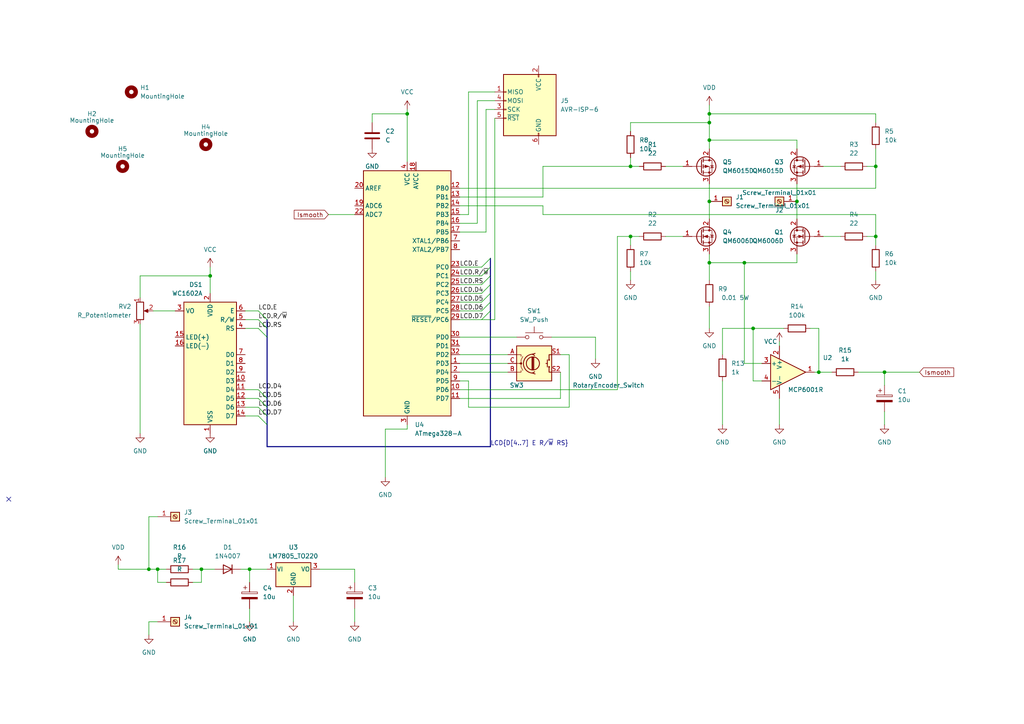
<source format=kicad_sch>
(kicad_sch (version 20230121) (generator eeschema)
  (paper "A4")
  (lib_symbols
    (symbol "Amplifier_Operational:MCP6001R" (pin_names (offset 0.127))
      (property "Reference" "U" (at 0 5.08 0))
      (property "Value" "MCP6001R" (at 0 -5.08 0))
      (symbol "MCP6001R_0_1"
        (polyline (pts (xy -5.08 5.08) (xy 5.08 0) (xy -5.08 -5.08) (xy -5.08 5.08)) (stroke (width 0.254)) (fill (type background)))
        (pin power_in line (at -2.54 7.62 270) (length 3.81) (name "V+") (number "2"))
        (pin power_in line (at -2.54 -7.62 90) (length 3.81) (name "V-") (number "5"))
      )
      (symbol "MCP6001R_1_1"
        (pin output line (at 7.62 0 180) (length 2.54) (name "~") (number "1"))
        (pin input line (at -7.62 2.54 0) (length 2.54) (name "+") (number "3"))
        (pin input line (at -7.62 -2.54 0) (length 2.54) (name "-") (number "4"))
      )
    )
    (symbol "Connector:AVR-ISP-6" (pin_names (offset 1.016))
      (property "Reference" "J" (at -6.35 11.43 0))
      (property "Value" "AVR-ISP-6" (at 0 11.43 0))
      (symbol "AVR-ISP-6_0_1"
        (rectangle (start -2.667 -6.858) (end -2.413 -7.62))
        (rectangle (start -2.667 10.16) (end -2.413 9.398))
        (rectangle (start 7.62 -2.413) (end 6.858 -2.667))
        (rectangle (start 7.62 0.127) (end 6.858 -0.127))
        (rectangle (start 7.62 2.667) (end 6.858 2.413))
        (rectangle (start 7.62 5.207) (end 6.858 4.953))
        (rectangle (start 7.62 10.16) (end -7.62 -7.62) (stroke (width 0.254)) (fill (type background)))
      )
      (symbol "AVR-ISP-6_1_1"
        (pin passive line (at 10.16 5.08 180) (length 2.54) (name "MISO") (number "1"))
        (pin passive line (at -2.54 12.7 270) (length 2.54) (name "VCC") (number "2"))
        (pin passive line (at 10.16 0 180) (length 2.54) (name "SCK") (number "3"))
        (pin passive line (at 10.16 2.54 180) (length 2.54) (name "MOSI") (number "4"))
        (pin passive line (at 10.16 -2.54 180) (length 2.54) (name "~{RST}") (number "5"))
        (pin passive line (at -2.54 -10.16 90) (length 2.54) (name "GND") (number "6"))
      )
    )
    (symbol "Connector:Screw_Terminal_01x01" (pin_names (offset 1.016) hide)
      (property "Reference" "J" (at 0 2.54 0))
      (property "Value" "Screw_Terminal_01x01" (at 0 -2.54 0))
      (symbol "Screw_Terminal_01x01_1_1"
        (rectangle (start -1.27 1.27) (end 1.27 -1.27) (stroke (width 0.254)) (fill (type background)))
        (polyline (pts (xy -0.5334 0.3302) (xy 0.3302 -0.508)) (stroke (width 0.1524)))
        (polyline (pts (xy -0.3556 0.508) (xy 0.508 -0.3302)) (stroke (width 0.1524)))
        (circle (center 0 0) (radius 0.635) (stroke (width 0.1524)))
        (pin passive line (at -5.08 0 0) (length 3.81) (name "Pin_1") (number "1"))
      )
    )
    (symbol "Device:C" (pin_numbers hide) (pin_names (offset 0.254))
      (property "Reference" "C" (at 0.635 2.54 0))
      (property "Value" "C" (at 0.635 -2.54 0))
      (symbol "C_0_1"
        (polyline (pts (xy -2.032 -0.762) (xy 2.032 -0.762)) (stroke (width 0.508)))
        (polyline (pts (xy -2.032 0.762) (xy 2.032 0.762)) (stroke (width 0.508)))
      )
      (symbol "C_1_1"
        (pin passive line (at 0 3.81 270) (length 2.794) (name "~") (number "1"))
        (pin passive line (at 0 -3.81 90) (length 2.794) (name "~") (number "2"))
      )
    )
    (symbol "Device:C_Polarized" (pin_numbers hide) (pin_names (offset 0.254))
      (property "Reference" "C" (at 0.635 2.54 0))
      (property "Value" "C_Polarized" (at 0.635 -2.54 0))
      (symbol "C_Polarized_0_1"
        (rectangle (start -2.286 0.508) (end 2.286 1.016))
        (polyline (pts (xy -1.778 2.286) (xy -0.762 2.286)))
        (polyline (pts (xy -1.27 2.794) (xy -1.27 1.778)))
        (rectangle (start 2.286 -0.508) (end -2.286 -1.016) (fill (type outline)))
      )
      (symbol "C_Polarized_1_1"
        (pin passive line (at 0 3.81 270) (length 2.794) (name "~") (number "1"))
        (pin passive line (at 0 -3.81 90) (length 2.794) (name "~") (number "2"))
      )
    )
    (symbol "Device:R" (pin_numbers hide) (pin_names (offset 0))
      (property "Reference" "R" (at 2.032 0 90))
      (property "Value" "R" (at 0 0 90))
      (symbol "R_0_1"
        (rectangle (start -1.016 -2.54) (end 1.016 2.54) (stroke (width 0.254)))
      )
      (symbol "R_1_1"
        (pin passive line (at 0 3.81 270) (length 1.27) (name "~") (number "1"))
        (pin passive line (at 0 -3.81 90) (length 1.27) (name "~") (number "2"))
      )
    )
    (symbol "Device:R_Potentiometer" (pin_names (offset 1.016) hide)
      (property "Reference" "RV" (at -4.445 0 90))
      (property "Value" "R_Potentiometer" (at -2.54 0 90))
      (symbol "R_Potentiometer_0_1"
        (polyline (pts (xy 2.54 0) (xy 1.524 0)))
        (polyline (pts (xy 1.143 0) (xy 2.286 0.508) (xy 2.286 -0.508) (xy 1.143 0)) (fill (type outline)))
        (rectangle (start 1.016 2.54) (end -1.016 -2.54) (stroke (width 0.254)))
      )
      (symbol "R_Potentiometer_1_1"
        (pin passive line (at 0 3.81 270) (length 1.27) (name "1") (number "1"))
        (pin passive line (at 3.81 0 180) (length 1.27) (name "2") (number "2"))
        (pin passive line (at 0 -3.81 90) (length 1.27) (name "3") (number "3"))
      )
    )
    (symbol "Device:RotaryEncoder_Switch" (pin_names (offset 0.254) hide)
      (property "Reference" "SW" (at 0 6.604 0))
      (property "Value" "RotaryEncoder_Switch" (at 0 -6.604 0))
      (symbol "RotaryEncoder_Switch_0_1"
        (rectangle (start -5.08 5.08) (end 5.08 -5.08) (stroke (width 0.254)) (fill (type background)))
        (circle (center -3.81 0) (radius 0.254) (fill (type outline)))
        (circle (center -0.381 0) (radius 1.905) (stroke (width 0.254)))
        (arc (start -0.381 2.667) (mid -3.0988 -0.0635) (end -0.381 -2.794) (stroke (width 0.254)))
        (polyline (pts (xy -0.635 -1.778) (xy -0.635 1.778)) (stroke (width 0.254)))
        (polyline (pts (xy -0.381 -1.778) (xy -0.381 1.778)) (stroke (width 0.254)))
        (polyline (pts (xy -0.127 1.778) (xy -0.127 -1.778)) (stroke (width 0.254)))
        (polyline (pts (xy 3.81 0) (xy 3.429 0)) (stroke (width 0.254)))
        (polyline (pts (xy 3.81 1.016) (xy 3.81 -1.016)) (stroke (width 0.254)))
        (polyline (pts (xy -5.08 -2.54) (xy -3.81 -2.54) (xy -3.81 -2.032)))
        (polyline (pts (xy -5.08 2.54) (xy -3.81 2.54) (xy -3.81 2.032)))
        (polyline (pts (xy 0.254 -3.048) (xy -0.508 -2.794) (xy 0.127 -2.413)) (stroke (width 0.254)))
        (polyline (pts (xy 0.254 2.921) (xy -0.508 2.667) (xy 0.127 2.286)) (stroke (width 0.254)))
        (polyline (pts (xy 5.08 -2.54) (xy 4.318 -2.54) (xy 4.318 -1.016)) (stroke (width 0.254)))
        (polyline (pts (xy 5.08 2.54) (xy 4.318 2.54) (xy 4.318 1.016)) (stroke (width 0.254)))
        (polyline (pts (xy -5.08 0) (xy -3.81 0) (xy -3.81 -1.016) (xy -3.302 -2.032)))
        (polyline (pts (xy -4.318 0) (xy -3.81 0) (xy -3.81 1.016) (xy -3.302 2.032)))
        (circle (center 4.318 -1.016) (radius 0.127) (stroke (width 0.254)))
        (circle (center 4.318 1.016) (radius 0.127) (stroke (width 0.254)))
      )
      (symbol "RotaryEncoder_Switch_1_1"
        (pin passive line (at -7.62 2.54 0) (length 2.54) (name "A") (number "A"))
        (pin passive line (at -7.62 -2.54 0) (length 2.54) (name "B") (number "B"))
        (pin passive line (at -7.62 0 0) (length 2.54) (name "C") (number "C"))
        (pin passive line (at 7.62 2.54 180) (length 2.54) (name "S1") (number "S1"))
        (pin passive line (at 7.62 -2.54 180) (length 2.54) (name "S2") (number "S2"))
      )
    )
    (symbol "Diode:1N4007" (pin_numbers hide) (pin_names hide)
      (property "Reference" "D" (at 0 2.54 0))
      (property "Value" "1N4007" (at 0 -2.54 0))
      (symbol "1N4007_0_1"
        (polyline (pts (xy -1.27 1.27) (xy -1.27 -1.27)) (stroke (width 0.254)))
        (polyline (pts (xy 1.27 0) (xy -1.27 0)))
        (polyline (pts (xy 1.27 1.27) (xy 1.27 -1.27) (xy -1.27 0) (xy 1.27 1.27)) (stroke (width 0.254)))
      )
      (symbol "1N4007_1_1"
        (pin passive line (at -3.81 0 0) (length 2.54) (name "K") (number "1"))
        (pin passive line (at 3.81 0 180) (length 2.54) (name "A") (number "2"))
      )
    )
    (symbol "Display_Character:WC1602A"
      (property "Reference" "DS" (at -5.842 19.05 0))
      (property "Value" "WC1602A" (at 5.334 19.05 0))
      (symbol "WC1602A_1_1"
        (rectangle (start -7.62 17.78) (end 7.62 -17.78) (stroke (width 0.254)) (fill (type background)))
        (pin power_in line (at 0 -20.32 90) (length 2.54) (name "VSS") (number "1"))
        (pin input line (at -10.16 -5.08 0) (length 2.54) (name "D3") (number "10"))
        (pin input line (at -10.16 -7.62 0) (length 2.54) (name "D4") (number "11"))
        (pin input line (at -10.16 -10.16 0) (length 2.54) (name "D5") (number "12"))
        (pin input line (at -10.16 -12.7 0) (length 2.54) (name "D6") (number "13"))
        (pin input line (at -10.16 -15.24 0) (length 2.54) (name "D7") (number "14"))
        (pin power_in line (at 10.16 7.62 180) (length 2.54) (name "LED(+)") (number "15"))
        (pin power_in line (at 10.16 5.08 180) (length 2.54) (name "LED(-)") (number "16"))
        (pin power_in line (at 0 20.32 270) (length 2.54) (name "VDD") (number "2"))
        (pin input line (at 10.16 15.24 180) (length 2.54) (name "VO") (number "3"))
        (pin input line (at -10.16 10.16 0) (length 2.54) (name "RS") (number "4"))
        (pin input line (at -10.16 12.7 0) (length 2.54) (name "R/W") (number "5"))
        (pin input line (at -10.16 15.24 0) (length 2.54) (name "E") (number "6"))
        (pin input line (at -10.16 2.54 0) (length 2.54) (name "D0") (number "7"))
        (pin input line (at -10.16 0 0) (length 2.54) (name "D1") (number "8"))
        (pin input line (at -10.16 -2.54 0) (length 2.54) (name "D2") (number "9"))
      )
    )
    (symbol "MCU_Microchip_ATmega:ATmega328-A"
      (property "Reference" "U" (at -12.7 36.83 0))
      (property "Value" "ATmega328-A" (at 2.54 -36.83 0))
      (symbol "ATmega328-A_0_1"
        (rectangle (start -12.7 -35.56) (end 12.7 35.56) (stroke (width 0.254)) (fill (type background)))
      )
      (symbol "ATmega328-A_1_1"
        (pin bidirectional line (at 15.24 -20.32 180) (length 2.54) (name "PD3") (number "1"))
        (pin bidirectional line (at 15.24 -27.94 180) (length 2.54) (name "PD6") (number "10"))
        (pin bidirectional line (at 15.24 -30.48 180) (length 2.54) (name "PD7") (number "11"))
        (pin bidirectional line (at 15.24 30.48 180) (length 2.54) (name "PB0") (number "12"))
        (pin bidirectional line (at 15.24 27.94 180) (length 2.54) (name "PB1") (number "13"))
        (pin bidirectional line (at 15.24 25.4 180) (length 2.54) (name "PB2") (number "14"))
        (pin bidirectional line (at 15.24 22.86 180) (length 2.54) (name "PB3") (number "15"))
        (pin bidirectional line (at 15.24 20.32 180) (length 2.54) (name "PB4") (number "16"))
        (pin bidirectional line (at 15.24 17.78 180) (length 2.54) (name "PB5") (number "17"))
        (pin power_in line (at 2.54 38.1 270) (length 2.54) (name "AVCC") (number "18"))
        (pin input line (at -15.24 25.4 0) (length 2.54) (name "ADC6") (number "19"))
        (pin bidirectional line (at 15.24 -22.86 180) (length 2.54) (name "PD4") (number "2"))
        (pin passive line (at -15.24 30.48 0) (length 2.54) (name "AREF") (number "20"))
        (pin passive line (at 0 -38.1 90) (length 2.54) hide (name "GND") (number "21"))
        (pin input line (at -15.24 22.86 0) (length 2.54) (name "ADC7") (number "22"))
        (pin bidirectional line (at 15.24 7.62 180) (length 2.54) (name "PC0") (number "23"))
        (pin bidirectional line (at 15.24 5.08 180) (length 2.54) (name "PC1") (number "24"))
        (pin bidirectional line (at 15.24 2.54 180) (length 2.54) (name "PC2") (number "25"))
        (pin bidirectional line (at 15.24 0 180) (length 2.54) (name "PC3") (number "26"))
        (pin bidirectional line (at 15.24 -2.54 180) (length 2.54) (name "PC4") (number "27"))
        (pin bidirectional line (at 15.24 -5.08 180) (length 2.54) (name "PC5") (number "28"))
        (pin bidirectional line (at 15.24 -7.62 180) (length 2.54) (name "~{RESET}/PC6") (number "29"))
        (pin power_in line (at 0 -38.1 90) (length 2.54) (name "GND") (number "3"))
        (pin bidirectional line (at 15.24 -12.7 180) (length 2.54) (name "PD0") (number "30"))
        (pin bidirectional line (at 15.24 -15.24 180) (length 2.54) (name "PD1") (number "31"))
        (pin bidirectional line (at 15.24 -17.78 180) (length 2.54) (name "PD2") (number "32"))
        (pin power_in line (at 0 38.1 270) (length 2.54) (name "VCC") (number "4"))
        (pin passive line (at 0 -38.1 90) (length 2.54) hide (name "GND") (number "5"))
        (pin passive line (at 0 38.1 270) (length 2.54) hide (name "VCC") (number "6"))
        (pin bidirectional line (at 15.24 15.24 180) (length 2.54) (name "XTAL1/PB6") (number "7"))
        (pin bidirectional line (at 15.24 12.7 180) (length 2.54) (name "XTAL2/PB7") (number "8"))
        (pin bidirectional line (at 15.24 -25.4 180) (length 2.54) (name "PD5") (number "9"))
      )
    )
    (symbol "Mechanical:MountingHole" (pin_names (offset 1.016))
      (property "Reference" "H" (at 0 5.08 0))
      (property "Value" "MountingHole" (at 0 3.175 0))
      (symbol "MountingHole_0_1"
        (circle (center 0 0) (radius 1.27) (stroke (width 1.27)))
      )
    )
    (symbol "Regulator_Linear:LM7805_TO220" (pin_names (offset 0.254))
      (property "Reference" "U" (at -3.81 3.175 0))
      (property "Value" "LM7805_TO220" (at 0 3.175 0))
      (symbol "LM7805_TO220_0_1"
        (rectangle (start -5.08 1.905) (end 5.08 -5.08) (stroke (width 0.254)) (fill (type background)))
      )
      (symbol "LM7805_TO220_1_1"
        (pin power_in line (at -7.62 0 0) (length 2.54) (name "VI") (number "1"))
        (pin power_in line (at 0 -7.62 90) (length 2.54) (name "GND") (number "2"))
        (pin power_out line (at 7.62 0 180) (length 2.54) (name "VO") (number "3"))
      )
    )
    (symbol "Switch:SW_Push" (pin_numbers hide) (pin_names (offset 1.016) hide)
      (property "Reference" "SW" (at 1.27 2.54 0))
      (property "Value" "SW_Push" (at 0 -1.524 0))
      (symbol "SW_Push_0_1"
        (circle (center -2.032 0) (radius 0.508))
        (polyline (pts (xy 0 1.27) (xy 0 3.048)))
        (polyline (pts (xy 2.54 1.27) (xy -2.54 1.27)))
        (circle (center 2.032 0) (radius 0.508))
        (pin passive line (at -5.08 0 0) (length 2.54) (name "1") (number "1"))
        (pin passive line (at 5.08 0 180) (length 2.54) (name "2") (number "2"))
      )
    )
    (symbol "Transistor_FET:QM6006D" (pin_names hide)
      (property "Reference" "Q" (at 5.08 1.905 0))
      (property "Value" "QM6006D" (at 5.08 0 0))
      (symbol "QM6006D_0_1"
        (polyline (pts (xy 0.254 0) (xy -2.54 0)))
        (polyline (pts (xy 0.254 1.905) (xy 0.254 -1.905)) (stroke (width 0.254)))
        (polyline (pts (xy 0.762 -1.27) (xy 0.762 -2.286)) (stroke (width 0.254)))
        (polyline (pts (xy 0.762 0.508) (xy 0.762 -0.508)) (stroke (width 0.254)))
        (polyline (pts (xy 0.762 2.286) (xy 0.762 1.27)) (stroke (width 0.254)))
        (polyline (pts (xy 2.54 2.54) (xy 2.54 1.778)))
        (polyline (pts (xy 2.54 -2.54) (xy 2.54 0) (xy 0.762 0)))
        (polyline (pts (xy 0.762 -1.778) (xy 3.302 -1.778) (xy 3.302 1.778) (xy 0.762 1.778)))
        (polyline (pts (xy 1.016 0) (xy 2.032 0.381) (xy 2.032 -0.381) (xy 1.016 0)) (fill (type outline)))
        (polyline (pts (xy 2.794 0.508) (xy 2.921 0.381) (xy 3.683 0.381) (xy 3.81 0.254)))
        (polyline (pts (xy 3.302 0.381) (xy 2.921 -0.254) (xy 3.683 -0.254) (xy 3.302 0.381)))
        (circle (center 1.651 0) (radius 2.794) (stroke (width 0.254)))
        (circle (center 2.54 -1.778) (radius 0.254) (fill (type outline)))
        (circle (center 2.54 1.778) (radius 0.254) (fill (type outline)))
      )
      (symbol "QM6006D_1_1"
        (pin input line (at -5.08 0 0) (length 2.54) (name "G") (number "1"))
        (pin passive line (at 2.54 5.08 270) (length 2.54) (name "D") (number "2"))
        (pin passive line (at 2.54 -5.08 90) (length 2.54) (name "S") (number "3"))
      )
    )
    (symbol "Transistor_FET:QM6015D" (pin_names hide)
      (property "Reference" "Q" (at 5.08 1.905 0))
      (property "Value" "QM6015D" (at 5.08 0 0))
      (symbol "QM6015D_0_1"
        (polyline (pts (xy 0.254 0) (xy -2.54 0)))
        (polyline (pts (xy 0.254 1.905) (xy 0.254 -1.905)) (stroke (width 0.254)))
        (polyline (pts (xy 0.762 -1.27) (xy 0.762 -2.286)) (stroke (width 0.254)))
        (polyline (pts (xy 0.762 0.508) (xy 0.762 -0.508)) (stroke (width 0.254)))
        (polyline (pts (xy 0.762 2.286) (xy 0.762 1.27)) (stroke (width 0.254)))
        (polyline (pts (xy 2.54 2.54) (xy 2.54 1.778)))
        (polyline (pts (xy 2.54 -2.54) (xy 2.54 0) (xy 0.762 0)))
        (polyline (pts (xy 0.762 1.778) (xy 3.302 1.778) (xy 3.302 -1.778) (xy 0.762 -1.778)))
        (polyline (pts (xy 2.286 0) (xy 1.27 0.381) (xy 1.27 -0.381) (xy 2.286 0)) (fill (type outline)))
        (polyline (pts (xy 2.794 -0.508) (xy 2.921 -0.381) (xy 3.683 -0.381) (xy 3.81 -0.254)))
        (polyline (pts (xy 3.302 -0.381) (xy 2.921 0.254) (xy 3.683 0.254) (xy 3.302 -0.381)))
        (circle (center 1.651 0) (radius 2.794) (stroke (width 0.254)))
        (circle (center 2.54 -1.778) (radius 0.254) (fill (type outline)))
        (circle (center 2.54 1.778) (radius 0.254) (fill (type outline)))
      )
      (symbol "QM6015D_1_1"
        (pin passive line (at -5.08 0 0) (length 2.54) (name "G") (number "1"))
        (pin passive line (at 2.54 5.08 270) (length 2.54) (name "D") (number "2"))
        (pin passive line (at 2.54 -5.08 90) (length 2.54) (name "S") (number "3"))
      )
    )
    (symbol "power:GND" (power) (pin_names (offset 0))
      (property "Value" "GND" (at 0 -3.81 0))
      (symbol "GND_0_1"
        (polyline (pts (xy 0 0) (xy 0 -1.27) (xy 1.27 -1.27) (xy 0 -2.54) (xy -1.27 -1.27) (xy 0 -1.27)))
      )
      (symbol "GND_1_1"
        (pin power_in line (at 0 0 270) (length 0) hide (name "GND") (number "1"))
      )
    )
    (symbol "power:VCC" (power) (pin_names (offset 0))
      (property "Value" "VCC" (at 0 3.81 0))
      (symbol "VCC_0_1"
        (polyline (pts (xy -0.762 1.27) (xy 0 2.54)))
        (polyline (pts (xy 0 0) (xy 0 2.54)))
        (polyline (pts (xy 0 2.54) (xy 0.762 1.27)))
      )
      (symbol "VCC_1_1"
        (pin power_in line (at 0 0 90) (length 0) hide (name "VCC") (number "1"))
      )
    )
    (symbol "power:VDD" (power) (pin_names (offset 0))
      (property "Value" "VDD" (at 0 3.81 0))
      (symbol "VDD_0_1"
        (polyline (pts (xy -0.762 1.27) (xy 0 2.54)))
        (polyline (pts (xy 0 0) (xy 0 2.54)))
        (polyline (pts (xy 0 2.54) (xy 0.762 1.27)))
      )
      (symbol "VDD_1_1"
        (pin power_in line (at 0 0 90) (length 0) hide (name "VDD") (number "1"))
      )
    )
  )
  (junction (at 43.18 165.1))
  (junction (at 254 48.26))
  (junction (at 58.42 165.1))
  (junction (at 118.11 33.02))
  (junction (at 72.39 165.1))
  (junction (at 205.74 35.56))
  (junction (at 45.72 165.1))
  (junction (at 215.9 76.2))
  (junction (at 205.74 40.64))
  (junction (at 182.88 48.26))
  (junction (at 218.44 95.25))
  (junction (at 205.74 58.42))
  (junction (at 182.88 68.58))
  (junction (at 254 68.58))
  (junction (at 60.96 80.01))
  (junction (at 231.14 58.42))
  (junction (at 256.54 107.95))
  (junction (at 205.74 33.02))
  (junction (at 205.74 76.2))
  (junction (at 237.49 107.95))
  (no_connect (at 2.54 144.78))
  (bus_entry (at 74.93 90.17) (size 2.54 2.54))
  (bus_entry (at 74.93 118.11) (size 2.54 2.54))
  (bus_entry (at 74.93 92.71) (size 2.54 2.54))
  (bus_entry (at 74.93 115.57) (size 2.54 2.54))
  (bus_entry (at 142.24 87.63) (size -2.54 2.54))
  (bus_entry (at 142.24 80.01) (size -2.54 2.54))
  (bus_entry (at 142.24 74.93) (size -2.54 2.54))
  (bus_entry (at 142.24 77.47) (size -2.54 2.54))
  (bus_entry (at 74.93 95.25) (size 2.54 2.54))
  (bus_entry (at 142.24 90.17) (size -2.54 2.54))
  (bus_entry (at 74.93 120.65) (size 2.54 2.54))
  (bus_entry (at 142.24 85.09) (size -2.54 2.54))
  (bus_entry (at 142.24 82.55) (size -2.54 2.54))
  (bus_entry (at 74.93 113.03) (size 2.54 2.54))
  (wire (pts (xy 40.64 80.01) (xy 40.64 86.36)))
  (wire (pts (xy 182.88 68.58) (xy 185.42 68.58)))
  (wire (pts (xy 162.56 115.57) (xy 162.56 107.95)))
  (wire (pts (xy 107.95 33.02) (xy 118.11 33.02)))
  (wire (pts (xy 43.18 184.15) (xy 43.18 180.34)))
  (wire (pts (xy 215.9 105.41) (xy 220.98 105.41)))
  (wire (pts (xy 182.88 71.12) (xy 182.88 68.58)))
  (wire (pts (xy 135.89 110.49) (xy 133.35 110.49)))
  (wire (pts (xy 143.51 29.21) (xy 138.43 29.21)))
  (wire (pts (xy 209.55 95.25) (xy 218.44 95.25)))
  (wire (pts (xy 193.04 48.26) (xy 198.12 48.26)))
  (wire (pts (xy 135.89 118.11) (xy 135.89 110.49)))
  (wire (pts (xy 71.12 90.17) (xy 74.93 90.17)))
  (wire (pts (xy 205.74 76.2) (xy 205.74 81.28)))
  (wire (pts (xy 251.46 48.26) (xy 254 48.26)))
  (wire (pts (xy 133.35 107.95) (xy 147.32 107.95)))
  (wire (pts (xy 165.1 118.11) (xy 135.89 118.11)))
  (wire (pts (xy 133.35 105.41) (xy 147.32 105.41)))
  (wire (pts (xy 254 62.23) (xy 157.48 62.23)))
  (wire (pts (xy 220.98 110.49) (xy 218.44 110.49)))
  (wire (pts (xy 182.88 81.28) (xy 182.88 78.74)))
  (wire (pts (xy 205.74 76.2) (xy 215.9 76.2)))
  (wire (pts (xy 205.74 88.9) (xy 205.74 95.25)))
  (wire (pts (xy 72.39 176.53) (xy 72.39 180.34)))
  (wire (pts (xy 254 43.18) (xy 254 48.26)))
  (wire (pts (xy 133.35 87.63) (xy 139.7 87.63)))
  (bus (pts (xy 142.24 90.17) (xy 142.24 129.54)))
  (wire (pts (xy 133.35 80.01) (xy 139.7 80.01)))
  (wire (pts (xy 133.35 102.87) (xy 147.32 102.87)))
  (wire (pts (xy 231.14 43.18) (xy 231.14 40.64)))
  (wire (pts (xy 238.76 48.26) (xy 243.84 48.26)))
  (wire (pts (xy 44.45 90.17) (xy 50.8 90.17)))
  (bus (pts (xy 77.47 123.19) (xy 77.47 129.54)))
  (wire (pts (xy 160.02 97.79) (xy 172.72 97.79)))
  (wire (pts (xy 118.11 33.02) (xy 118.11 46.99)))
  (wire (pts (xy 157.48 57.15) (xy 157.48 48.26)))
  (wire (pts (xy 157.48 59.69) (xy 133.35 59.69)))
  (wire (pts (xy 102.87 176.53) (xy 102.87 180.34)))
  (wire (pts (xy 138.43 64.77) (xy 133.35 64.77)))
  (wire (pts (xy 69.85 165.1) (xy 72.39 165.1)))
  (wire (pts (xy 133.35 92.71) (xy 139.7 92.71)))
  (wire (pts (xy 133.35 77.47) (xy 139.7 77.47)))
  (wire (pts (xy 231.14 73.66) (xy 231.14 76.2)))
  (wire (pts (xy 205.74 58.42) (xy 205.74 63.5)))
  (wire (pts (xy 162.56 102.87) (xy 165.1 102.87)))
  (wire (pts (xy 143.51 31.75) (xy 140.97 31.75)))
  (wire (pts (xy 58.42 168.91) (xy 58.42 165.1)))
  (wire (pts (xy 254 68.58) (xy 254 62.23)))
  (wire (pts (xy 215.9 76.2) (xy 215.9 105.41)))
  (wire (pts (xy 215.9 76.2) (xy 231.14 76.2)))
  (wire (pts (xy 205.74 40.64) (xy 205.74 43.18)))
  (wire (pts (xy 48.26 168.91) (xy 45.72 168.91)))
  (wire (pts (xy 205.74 35.56) (xy 205.74 40.64)))
  (wire (pts (xy 60.96 85.09) (xy 60.96 80.01)))
  (wire (pts (xy 43.18 149.86) (xy 43.18 165.1)))
  (wire (pts (xy 45.72 165.1) (xy 48.26 165.1)))
  (wire (pts (xy 92.71 165.1) (xy 102.87 165.1)))
  (bus (pts (xy 142.24 85.09) (xy 142.24 87.63)))
  (wire (pts (xy 140.97 67.31) (xy 133.35 67.31)))
  (wire (pts (xy 237.49 95.25) (xy 234.95 95.25)))
  (wire (pts (xy 165.1 102.87) (xy 165.1 118.11)))
  (wire (pts (xy 71.12 118.11) (xy 74.93 118.11)))
  (wire (pts (xy 140.97 31.75) (xy 140.97 67.31)))
  (wire (pts (xy 55.88 165.1) (xy 58.42 165.1)))
  (wire (pts (xy 34.29 163.83) (xy 34.29 165.1)))
  (wire (pts (xy 34.29 165.1) (xy 43.18 165.1)))
  (wire (pts (xy 43.18 180.34) (xy 45.72 180.34)))
  (wire (pts (xy 118.11 31.75) (xy 118.11 33.02)))
  (wire (pts (xy 138.43 29.21) (xy 138.43 64.77)))
  (wire (pts (xy 143.51 92.71) (xy 139.7 92.71)))
  (bus (pts (xy 77.47 95.25) (xy 77.47 97.79)))
  (wire (pts (xy 60.96 77.47) (xy 60.96 80.01)))
  (wire (pts (xy 254 35.56) (xy 254 33.02)))
  (wire (pts (xy 133.35 113.03) (xy 179.07 113.03)))
  (wire (pts (xy 133.35 115.57) (xy 162.56 115.57)))
  (wire (pts (xy 218.44 110.49) (xy 218.44 95.25)))
  (wire (pts (xy 256.54 107.95) (xy 266.7 107.95)))
  (wire (pts (xy 231.14 53.34) (xy 231.14 58.42)))
  (wire (pts (xy 237.49 107.95) (xy 241.3 107.95)))
  (wire (pts (xy 45.72 149.86) (xy 43.18 149.86)))
  (wire (pts (xy 40.64 93.98) (xy 40.64 125.73)))
  (wire (pts (xy 231.14 58.42) (xy 231.14 63.5)))
  (wire (pts (xy 256.54 119.38) (xy 256.54 123.19)))
  (wire (pts (xy 133.35 97.79) (xy 149.86 97.79)))
  (wire (pts (xy 237.49 95.25) (xy 237.49 107.95)))
  (wire (pts (xy 254 48.26) (xy 254 54.61)))
  (wire (pts (xy 58.42 165.1) (xy 62.23 165.1)))
  (bus (pts (xy 77.47 120.65) (xy 77.47 123.19)))
  (wire (pts (xy 133.35 90.17) (xy 139.7 90.17)))
  (bus (pts (xy 77.47 97.79) (xy 77.47 115.57)))
  (wire (pts (xy 205.74 53.34) (xy 205.74 58.42)))
  (wire (pts (xy 102.87 165.1) (xy 102.87 168.91)))
  (wire (pts (xy 182.88 48.26) (xy 182.88 45.72)))
  (wire (pts (xy 251.46 68.58) (xy 254 68.58)))
  (wire (pts (xy 118.11 123.19) (xy 118.11 124.46)))
  (wire (pts (xy 205.74 73.66) (xy 205.74 76.2)))
  (wire (pts (xy 111.76 124.46) (xy 111.76 138.43)))
  (wire (pts (xy 71.12 120.65) (xy 74.93 120.65)))
  (bus (pts (xy 142.24 77.47) (xy 142.24 80.01)))
  (bus (pts (xy 142.24 80.01) (xy 142.24 82.55)))
  (wire (pts (xy 182.88 35.56) (xy 205.74 35.56)))
  (wire (pts (xy 179.07 68.58) (xy 182.88 68.58)))
  (bus (pts (xy 77.47 118.11) (xy 77.47 120.65)))
  (wire (pts (xy 209.55 110.49) (xy 209.55 123.19)))
  (wire (pts (xy 55.88 168.91) (xy 58.42 168.91)))
  (wire (pts (xy 157.48 62.23) (xy 157.48 59.69)))
  (wire (pts (xy 157.48 48.26) (xy 182.88 48.26)))
  (bus (pts (xy 142.24 87.63) (xy 142.24 90.17)))
  (wire (pts (xy 43.18 165.1) (xy 45.72 165.1)))
  (wire (pts (xy 193.04 68.58) (xy 198.12 68.58)))
  (wire (pts (xy 133.35 57.15) (xy 157.48 57.15)))
  (wire (pts (xy 143.51 34.29) (xy 143.51 92.71)))
  (wire (pts (xy 71.12 92.71) (xy 74.93 92.71)))
  (wire (pts (xy 218.44 95.25) (xy 227.33 95.25)))
  (wire (pts (xy 182.88 38.1) (xy 182.88 35.56)))
  (wire (pts (xy 179.07 113.03) (xy 179.07 68.58)))
  (wire (pts (xy 135.89 62.23) (xy 133.35 62.23)))
  (wire (pts (xy 248.92 107.95) (xy 256.54 107.95)))
  (wire (pts (xy 226.06 115.57) (xy 226.06 123.19)))
  (wire (pts (xy 71.12 95.25) (xy 74.93 95.25)))
  (wire (pts (xy 236.22 107.95) (xy 237.49 107.95)))
  (wire (pts (xy 254 68.58) (xy 254 71.12)))
  (wire (pts (xy 254 81.28) (xy 254 78.74)))
  (wire (pts (xy 182.88 48.26) (xy 185.42 48.26)))
  (wire (pts (xy 256.54 107.95) (xy 256.54 111.76)))
  (wire (pts (xy 135.89 26.67) (xy 135.89 62.23)))
  (bus (pts (xy 77.47 115.57) (xy 77.47 118.11)))
  (wire (pts (xy 205.74 30.48) (xy 205.74 33.02)))
  (wire (pts (xy 205.74 40.64) (xy 231.14 40.64)))
  (wire (pts (xy 205.74 33.02) (xy 205.74 35.56)))
  (wire (pts (xy 72.39 165.1) (xy 77.47 165.1)))
  (wire (pts (xy 45.72 165.1) (xy 45.72 168.91)))
  (wire (pts (xy 209.55 102.87) (xy 209.55 95.25)))
  (wire (pts (xy 226.06 99.06) (xy 226.06 100.33)))
  (wire (pts (xy 71.12 113.03) (xy 74.93 113.03)))
  (wire (pts (xy 85.09 172.72) (xy 85.09 180.34)))
  (wire (pts (xy 72.39 165.1) (xy 72.39 168.91)))
  (bus (pts (xy 142.24 74.93) (xy 142.24 77.47)))
  (bus (pts (xy 142.24 82.55) (xy 142.24 85.09)))
  (wire (pts (xy 133.35 54.61) (xy 254 54.61)))
  (bus (pts (xy 77.47 92.71) (xy 77.47 95.25)))
  (wire (pts (xy 254 33.02) (xy 205.74 33.02)))
  (wire (pts (xy 133.35 85.09) (xy 139.7 85.09)))
  (wire (pts (xy 60.96 80.01) (xy 40.64 80.01)))
  (wire (pts (xy 133.35 82.55) (xy 139.7 82.55)))
  (wire (pts (xy 118.11 124.46) (xy 111.76 124.46)))
  (wire (pts (xy 95.25 62.23) (xy 102.87 62.23)))
  (bus (pts (xy 77.47 129.54) (xy 142.24 129.54)))
  (wire (pts (xy 107.95 35.56) (xy 107.95 33.02)))
  (wire (pts (xy 172.72 97.79) (xy 172.72 104.14)))
  (wire (pts (xy 143.51 26.67) (xy 135.89 26.67)))
  (wire (pts (xy 71.12 115.57) (xy 74.93 115.57)))
  (wire (pts (xy 238.76 68.58) (xy 243.84 68.58)))
  (label "LCD.E" (at 133.35 77.47 0))
  (label "LCD.D4" (at 133.35 85.09 0))
  (label "LCD.D5" (at 74.93 115.57 0))
  (label "LCD.D7" (at 133.35 92.71 0))
  (label "LCD.D4" (at 74.93 113.03 0))
  (label "LCD.RS" (at 74.93 95.25 0))
  (label "LCD.R{slash}~{W}" (at 74.93 92.71 0))
  (label "LCD.R{slash}~{W}" (at 133.35 80.01 0))
  (label "LCD.D5" (at 133.35 87.63 0))
  (label "LCD.E" (at 74.93 90.17 0))
  (label "LCD.D6" (at 133.35 90.17 0))
  (label "LCD{D[4..7] E R{slash}~{W} RS}" (at 142.24 129.54 0))
  (label "LCD.D6" (at 74.93 118.11 0))
  (label "LCD.D7" (at 74.93 120.65 0))
  (label "LCD.RS" (at 133.35 82.55 0))
  (global_label "Ismooth" (shape input) (at 95.25 62.23 180) (property "Intersheetrefs" "${INTERSHEET_REFS}" (effects hide)))
  (global_label "Ismooth" (shape input) (at 266.7 107.95 0) (property "Intersheetrefs" "${INTERSHEET_REFS}" (effects hide)))
  (symbol (lib_id "MCU_Microchip_ATmega:ATmega328-A") (at 118.11 85.09 0) (unit 1)
    (property "Reference" "U4" (at 120.3041 123.19 0) (effects (justify left)))
    (property "Value" "ATmega328-A" (at 120.3041 125.73 0) (effects (justify left)))
    (property "Footprint" "Package_QFP:TQFP-32_7x7mm_P0.8mm" (effects hide))
    (property "Datasheet" "http://ww1.microchip.com/downloads/en/DeviceDoc/ATmega328_P%20AVR%20MCU%20with%20picoPower%20Technology%20Data%20Sheet%2040001984A.pdf" (effects hide))
  )
  (symbol (lib_id "Device:R") (at 205.74 85.09 0) (unit 1)
    (property "Reference" "R9" (at 208.28 83.82 0) (effects (justify left)))
    (property "Value" " 0.01 5W" (at 208.28 86.36 0) (effects (justify left)))
    (property "Footprint" "Resistor_THT:R_Bare_Metal_Element_L21.3mm_W4.8mm_P20.30mm" (effects hide))
  )
  (symbol (lib_id "Mechanical:MountingHole") (at 59.69 41.91 0) (unit 1)
    (property "Reference" "H4" (at 59.69 36.83 0))
    (property "Value" "MountingHole" (at 59.69 38.735 0))
    (property "Footprint" "MountingHole:MountingHole_3.2mm_M3" (effects hide))
  )
  (symbol (lib_id "Device:R") (at 231.14 95.25 270) (unit 1)
    (property "Reference" "R14" (at 231.14 88.9 90))
    (property "Value" "100k" (at 231.14 91.44 90))
    (property "Footprint" "Resistor_SMD:R_1206_3216Metric" (effects hide))
  )
  (symbol (lib_id "Device:R") (at 247.65 48.26 90) (unit 1)
    (property "Reference" "R3" (at 247.65 41.91 90))
    (property "Value" "22" (at 247.65 44.45 90))
    (property "Footprint" "Resistor_SMD:R_1206_3216Metric" (effects hide))
  )
  (symbol (lib_id "power:VDD") (at 205.74 30.48 0) (unit 1)
    (property "Reference" "#PWR02" (effects hide))
    (property "Value" "VDD" (at 205.74 25.4 0))
  )
  (symbol (lib_id "Device:R") (at 189.23 68.58 90) (unit 1)
    (property "Reference" "R2" (at 189.23 62.23 90))
    (property "Value" "22" (at 189.23 64.77 90))
    (property "Footprint" "Resistor_SMD:R_1206_3216Metric" (effects hide))
  )
  (symbol (lib_id "Switch:SW_Push") (at 154.94 97.79 0) (unit 1)
    (property "Reference" "SW1" (at 154.94 90.17 0))
    (property "Value" "SW_Push" (at 154.94 92.71 0))
    (property "Footprint" "Button_Switch_THT:Push_E-Switch_KS01Q01" (effects hide))
  )
  (symbol (lib_id "Device:C_Polarized") (at 102.87 172.72 0) (unit 1)
    (property "Reference" "C3" (at 106.68 170.561 0) (effects (justify left)))
    (property "Value" "10u" (at 106.68 173.101 0) (effects (justify left)))
    (property "Footprint" "Resistor_SMD:R_1206_3216Metric" (effects hide))
  )
  (symbol (lib_id "power:GND") (at 172.72 104.14 0) (unit 1)
    (property "Reference" "#PWR017" (effects hide))
    (property "Value" "GND" (at 172.72 109.22 0))
  )
  (symbol (lib_id "Connector:Screw_Terminal_01x01") (at 210.82 58.42 0) (unit 1)
    (property "Reference" "J1" (at 213.36 57.15 0) (effects (justify left)))
    (property "Value" "Screw_Terminal_01x01" (at 213.36 59.69 0) (effects (justify left)))
    (property "Footprint" "pulsegem:Banana_Jack_1Pin" (effects hide))
  )
  (symbol (lib_id "Connector:Screw_Terminal_01x01") (at 50.8 180.34 0) (unit 1)
    (property "Reference" "J4" (at 53.34 179.07 0) (effects (justify left)))
    (property "Value" "Screw_Terminal_01x01" (at 53.34 181.61 0) (effects (justify left)))
    (property "Footprint" "Connector_Pin:Pin_D1.3mm_L11.3mm_W2.8mm_Flat" (effects hide))
  )
  (symbol (lib_id "Connector:AVR-ISP-6") (at 153.67 31.75 0) (mirror y) (unit 1)
    (property "Reference" "J5" (at 162.56 29.21 0) (effects (justify right)))
    (property "Value" "AVR-ISP-6" (at 162.56 31.75 0) (effects (justify right)))
    (property "Datasheet" " ~" (effects hide))
  )
  (symbol (lib_id "Device:R") (at 52.07 168.91 90) (unit 1)
    (property "Reference" "R17" (at 52.07 162.56 90))
    (property "Value" "R" (at 52.07 165.1 90))
    (property "Footprint" "Resistor_SMD:R_1206_3216Metric" (effects hide))
  )
  (symbol (lib_id "Transistor_FET:QM6006D") (at 203.2 68.58 0) (unit 1)
    (property "Reference" "Q4" (at 209.55 67.31 0) (effects (justify left)))
    (property "Value" "QM6006D" (at 209.55 69.85 0) (effects (justify left)))
    (property "Footprint" "Package_TO_SOT_SMD:TO-252-2" (effects hide))
    (property "Datasheet" "http://www.jaolen.com/images/pdf/QM6006D.pdf" (effects hide))
  )
  (symbol (lib_id "Device:C") (at 107.95 39.37 0) (unit 1)
    (property "Reference" "C2" (at 111.76 38.1 0) (effects (justify left)))
    (property "Value" "C" (at 111.76 40.64 0) (effects (justify left)))
    (property "Footprint" "Resistor_SMD:R_0603_1608Metric" (effects hide))
  )
  (symbol (lib_id "Device:R") (at 52.07 165.1 90) (unit 1)
    (property "Reference" "R16" (at 52.07 158.75 90))
    (property "Value" "R" (at 52.07 161.29 90))
    (property "Footprint" "Resistor_SMD:R_1206_3216Metric" (effects hide))
  )
  (symbol (lib_id "power:GND") (at 205.74 95.25 0) (unit 1)
    (property "Reference" "#PWR01" (effects hide))
    (property "Value" "GND" (at 205.74 100.33 0))
  )
  (symbol (lib_id "Device:R") (at 189.23 48.26 90) (unit 1)
    (property "Reference" "R1" (at 189.23 41.91 90))
    (property "Value" "22" (at 189.23 44.45 90))
    (property "Footprint" "Resistor_SMD:R_1206_3216Metric" (effects hide))
  )
  (symbol (lib_id "Transistor_FET:QM6015D") (at 233.68 48.26 0) (mirror y) (unit 1)
    (property "Reference" "Q3" (at 227.33 46.99 0) (effects (justify left)))
    (property "Value" "QM6015D" (at 227.33 49.53 0) (effects (justify left)))
    (property "Footprint" "Package_TO_SOT_SMD:TO-252-2" (effects hide))
    (property "Datasheet" "http://www.jaolen.com/images/pdf/QM6015D.pdf" (effects hide))
  )
  (symbol (lib_id "Regulator_Linear:LM7805_TO220") (at 85.09 165.1 0) (unit 1)
    (property "Reference" "U3" (at 85.09 158.75 0))
    (property "Value" "LM7805_TO220" (at 85.09 161.29 0))
    (property "Footprint" "Package_TO_SOT_THT:TO-220-3_Horizontal_TabDown" (effects hide))
    (property "Datasheet" "https://www.onsemi.cn/PowerSolutions/document/MC7800-D.PDF" (effects hide))
  )
  (symbol (lib_id "Transistor_FET:QM6006D") (at 233.68 68.58 0) (mirror y) (unit 1)
    (property "Reference" "Q1" (at 227.33 67.31 0) (effects (justify left)))
    (property "Value" "QM6006D" (at 227.33 69.85 0) (effects (justify left)))
    (property "Footprint" "Package_TO_SOT_SMD:TO-252-2" (effects hide))
    (property "Datasheet" "http://www.jaolen.com/images/pdf/QM6006D.pdf" (effects hide))
  )
  (symbol (lib_id "Mechanical:MountingHole") (at 26.67 38.1 0) (unit 1)
    (property "Reference" "H2" (at 26.67 33.02 0))
    (property "Value" "MountingHole" (at 26.67 34.925 0))
    (property "Footprint" "MountingHole:MountingHole_3.2mm_M3" (effects hide))
  )
  (symbol (lib_id "Device:R") (at 254 39.37 180) (unit 1)
    (property "Reference" "R5" (at 256.54 38.1 0) (effects (justify right)))
    (property "Value" "10k" (at 256.54 40.64 0) (effects (justify right)))
    (property "Footprint" "Resistor_SMD:R_1206_3216Metric" (effects hide))
  )
  (symbol (lib_id "Device:C_Polarized") (at 72.39 172.72 0) (unit 1)
    (property "Reference" "C4" (at 76.2 170.561 0) (effects (justify left)))
    (property "Value" "10u" (at 76.2 173.101 0) (effects (justify left)))
    (property "Footprint" "Resistor_SMD:R_1206_3216Metric" (effects hide))
  )
  (symbol (lib_id "power:GND") (at 85.09 180.34 0) (unit 1)
    (property "Reference" "#PWR011" (effects hide))
    (property "Value" "GND" (at 85.09 185.42 0))
  )
  (symbol (lib_id "Device:C_Polarized") (at 256.54 115.57 0) (unit 1)
    (property "Reference" "C1" (at 260.35 113.411 0) (effects (justify left)))
    (property "Value" "10u" (at 260.35 115.951 0) (effects (justify left)))
    (property "Footprint" "Resistor_SMD:R_1206_3216Metric" (effects hide))
  )
  (symbol (lib_id "power:GND") (at 43.18 184.15 0) (unit 1)
    (property "Reference" "#PWR020" (effects hide))
    (property "Value" "GND" (at 43.18 189.23 0))
  )
  (symbol (lib_id "power:GND") (at 111.76 138.43 0) (unit 1)
    (property "Reference" "#PWR09" (effects hide))
    (property "Value" "GND" (at 111.76 143.51 0))
  )
  (symbol (lib_id "Mechanical:MountingHole") (at 35.56 48.26 0) (unit 1)
    (property "Reference" "H5" (at 35.56 43.18 0))
    (property "Value" "MountingHole" (at 35.56 45.085 0))
    (property "Footprint" "MountingHole:MountingHole_3.2mm_M3" (effects hide))
  )
  (symbol (lib_id "Device:RotaryEncoder_Switch") (at 154.94 105.41 0) (unit 1)
    (property "Reference" "SW3" (at 149.86 111.76 0))
    (property "Value" "RotaryEncoder_Switch" (at 176.53 111.76 0))
    (property "Footprint" "Rotary_Encoder:RotaryEncoder_Alps_EC11E_Vertical_H20mm" (effects hide))
  )
  (symbol (lib_id "power:GND") (at 40.64 125.73 0) (unit 1)
    (property "Reference" "#PWR015" (effects hide))
    (property "Value" "GND" (at 40.64 130.81 0))
  )
  (symbol (lib_id "Display_Character:WC1602A") (at 60.96 105.41 0) (mirror y) (unit 1)
    (property "Reference" "DS1" (at 58.7659 82.55 0) (effects (justify left)))
    (property "Value" "WC1602A" (at 58.7659 85.09 0) (effects (justify left)))
    (property "Footprint" "Display:WC1602A" (effects hide))
    (property "Datasheet" "http://www.wincomlcd.com/pdf/WC1602A-SFYLYHTC06.pdf" (effects hide))
  )
  (symbol (lib_id "power:VCC") (at 118.11 31.75 0) (unit 1)
    (property "Reference" "#PWR03" (effects hide))
    (property "Value" "VCC" (at 118.11 26.67 0))
  )
  (symbol (lib_id "power:GND") (at 226.06 123.19 0) (unit 1)
    (property "Reference" "#PWR05" (effects hide))
    (property "Value" "GND" (at 226.06 128.27 0))
  )
  (symbol (lib_id "Amplifier_Operational:MCP6001R") (at 228.6 107.95 0) (unit 1)
    (property "Reference" "U2" (at 240.03 103.7591 0))
    (property "Value" "MCP6001R" (at 233.68 113.03 0))
    (property "Footprint" "Package_TO_SOT_SMD:SOT-23-5" (effects hide))
    (property "Datasheet" "http://ww1.microchip.com/downloads/en/DeviceDoc/21733j.pdf" (effects hide))
  )
  (symbol (lib_id "power:GND") (at 72.39 180.34 0) (unit 1)
    (property "Reference" "#PWR013" (effects hide))
    (property "Value" "GND" (at 72.39 185.42 0))
  )
  (symbol (lib_id "power:GND") (at 182.88 81.28 0) (unit 1)
    (property "Reference" "#PWR010" (effects hide))
    (property "Value" "GND" (at 182.88 86.36 0))
  )
  (symbol (lib_id "power:GND") (at 60.96 125.73 0) (unit 1)
    (property "Reference" "#PWR014" (effects hide))
    (property "Value" "GND" (at 60.96 130.81 0))
  )
  (symbol (lib_id "Diode:1N4007") (at 66.04 165.1 180) (unit 1)
    (property "Reference" "D1" (at 66.04 158.75 0))
    (property "Value" "1N4007" (at 66.04 161.29 0))
    (property "Footprint" "Diode_THT:D_DO-41_SOD81_P10.16mm_Horizontal" (effects hide))
    (property "Datasheet" "http://www.vishay.com/docs/88503/1n4001.pdf" (effects hide))
    (property "Sim.Device" "D" (effects hide))
    (property "Sim.Pins" "1=K 2=A" (effects hide))
  )
  (symbol (lib_id "Connector:Screw_Terminal_01x01") (at 50.8 149.86 0) (unit 1)
    (property "Reference" "J3" (at 53.34 148.59 0) (effects (justify left)))
    (property "Value" "Screw_Terminal_01x01" (at 53.34 151.13 0) (effects (justify left)))
    (property "Footprint" "Connector_Pin:Pin_D1.3mm_L11.3mm_W2.8mm_Flat" (effects hide))
  )
  (symbol (lib_id "Device:R") (at 245.11 107.95 270) (unit 1)
    (property "Reference" "R15" (at 245.11 101.6 90))
    (property "Value" "1k" (at 245.11 104.14 90))
    (property "Footprint" "Resistor_SMD:R_1206_3216Metric" (effects hide))
  )
  (symbol (lib_id "Device:R") (at 247.65 68.58 90) (unit 1)
    (property "Reference" "R4" (at 247.65 62.23 90))
    (property "Value" "22" (at 247.65 64.77 90))
    (property "Footprint" "Resistor_SMD:R_1206_3216Metric" (effects hide))
  )
  (symbol (lib_id "power:GND") (at 102.87 180.34 0) (unit 1)
    (property "Reference" "#PWR012" (effects hide))
    (property "Value" "GND" (at 102.87 185.42 0))
  )
  (symbol (lib_id "Device:R_Potentiometer") (at 40.64 90.17 0) (unit 1)
    (property "Reference" "RV2" (at 38.1 88.9 0) (effects (justify right)))
    (property "Value" "R_Potentiometer" (at 38.1 91.44 0) (effects (justify right)))
    (property "Footprint" "Potentiometer_THT:Potentiometer_Piher_PT-6-V_Vertical" (effects hide))
  )
  (symbol (lib_id "power:GND") (at 107.95 43.18 0) (unit 1)
    (property "Reference" "#PWR018" (effects hide))
    (property "Value" "GND" (at 107.95 48.26 0))
  )
  (symbol (lib_id "power:GND") (at 209.55 123.19 0) (unit 1)
    (property "Reference" "#PWR04" (effects hide))
    (property "Value" "GND" (at 209.55 128.27 0))
  )
  (symbol (lib_id "power:VDD") (at 34.29 163.83 0) (unit 1)
    (property "Reference" "#PWR019" (effects hide))
    (property "Value" "VDD" (at 34.29 158.75 0))
  )
  (symbol (lib_id "Device:R") (at 254 74.93 180) (unit 1)
    (property "Reference" "R6" (at 256.54 73.66 0) (effects (justify right)))
    (property "Value" "10k" (at 256.54 76.2 0) (effects (justify right)))
    (property "Footprint" "Resistor_SMD:R_1206_3216Metric" (effects hide))
  )
  (symbol (lib_id "Device:R") (at 182.88 74.93 180) (unit 1)
    (property "Reference" "R7" (at 185.42 73.66 0) (effects (justify right)))
    (property "Value" "10k" (at 185.42 76.2 0) (effects (justify right)))
    (property "Footprint" "Resistor_SMD:R_1206_3216Metric" (effects hide))
  )
  (symbol (lib_id "Connector:Screw_Terminal_01x01") (at 226.06 58.42 180) (unit 1)
    (property "Reference" "J2" (at 226.06 60.96 0))
    (property "Value" "Screw_Terminal_01x01" (at 226.06 55.88 0))
    (property "Footprint" "pulsegem:Banana_Jack_1Pin" (effects hide))
  )
  (symbol (lib_id "power:GND") (at 256.54 123.19 0) (unit 1)
    (property "Reference" "#PWR06" (effects hide))
    (property "Value" "GND" (at 256.54 128.27 0))
  )
  (symbol (lib_id "Mechanical:MountingHole") (at 38.1 26.67 0) (unit 1)
    (property "Reference" "H1" (at 40.64 25.4 0) (effects (justify left)))
    (property "Value" "MountingHole" (at 40.64 27.94 0) (effects (justify left)))
    (property "Footprint" "MountingHole:MountingHole_3.2mm_M3" (effects hide))
  )
  (symbol (lib_id "Device:R") (at 182.88 41.91 180) (unit 1)
    (property "Reference" "R8" (at 185.42 40.64 0) (effects (justify right)))
    (property "Value" "10k" (at 185.42 43.18 0) (effects (justify right)))
    (property "Footprint" "Resistor_SMD:R_1206_3216Metric" (effects hide))
  )
  (symbol (lib_id "power:VCC") (at 60.96 77.47 0) (unit 1)
    (property "Reference" "#PWR016" (effects hide))
    (property "Value" "VCC" (at 60.96 72.39 0))
  )
  (symbol (lib_id "Device:R") (at 209.55 106.68 180) (unit 1)
    (property "Reference" "R13" (at 212.09 105.41 0) (effects (justify right)))
    (property "Value" "1k" (at 212.09 107.95 0) (effects (justify right)))
    (property "Footprint" "Resistor_SMD:R_1206_3216Metric" (effects hide))
  )
  (symbol (lib_id "power:GND") (at 254 81.28 0) (unit 1)
    (property "Reference" "#PWR07" (effects hide))
    (property "Value" "GND" (at 254 86.36 0))
  )
  (symbol (lib_id "power:VCC") (at 226.06 99.06 0) (unit 1)
    (property "Reference" "#PWR08" (effects hide))
    (property "Value" "VCC" (at 223.52 99.06 0))
  )
  (symbol (lib_id "Transistor_FET:QM6015D") (at 203.2 48.26 0) (unit 1)
    (property "Reference" "Q5" (at 209.55 46.99 0) (effects (justify left)))
    (property "Value" "QM6015D" (at 209.55 49.53 0) (effects (justify left)))
    (property "Footprint" "Package_TO_SOT_SMD:TO-252-2" (effects hide))
    (property "Datasheet" "http://www.jaolen.com/images/pdf/QM6015D.pdf" (effects hide))
  )
)
</source>
